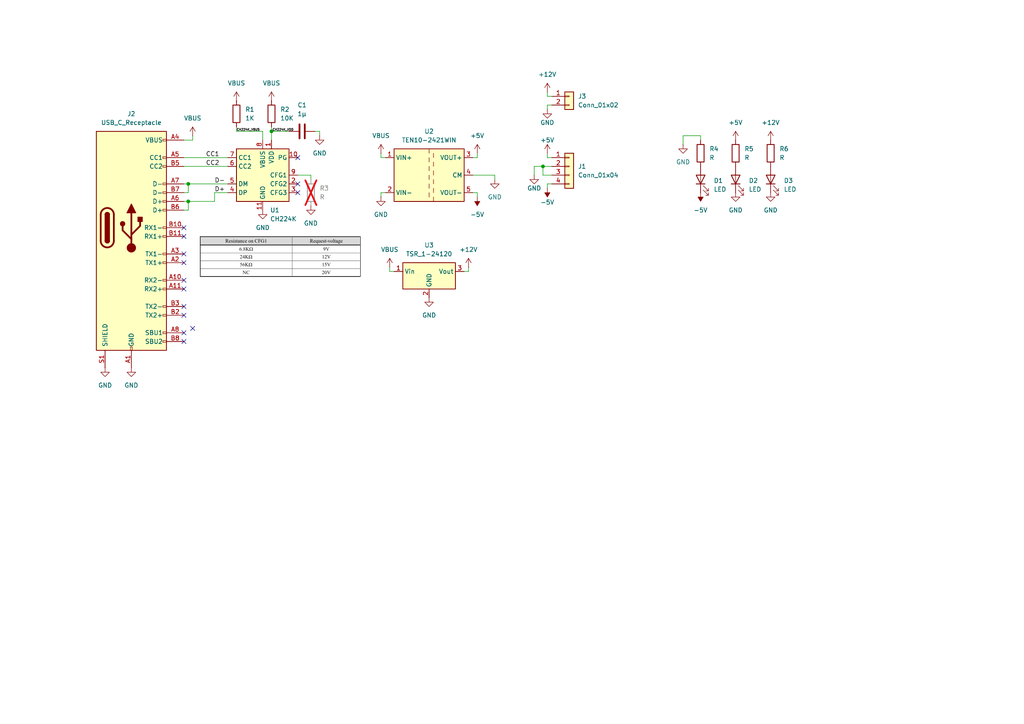
<source format=kicad_sch>
(kicad_sch (version 20250114) (generator "eeschema") (generator_version "9.0")
  (paper "A4")
  (lib_symbols
    (symbol "Connector:USB_C_Receptacle" (pin_names (offset 1.016))
      (property "Reference" "J" (at -10.16 29.21 0))
      (property "Value" "USB_C_Receptacle" (at 10.16 29.21 0))
      (symbol "USB_C_Receptacle_0_0"
        (rectangle (start -0.254 -35.56) (end 0.254 -34.544))
        (rectangle (start 10.16 25.654) (end 9.144 25.146))
        (rectangle (start 10.16 20.574) (end 9.144 20.066))
        (rectangle (start 10.16 18.034) (end 9.144 17.526))
        (rectangle (start 10.16 12.954) (end 9.144 12.446))
        (rectangle (start 10.16 10.414) (end 9.144 9.906))
        (rectangle (start 10.16 7.874) (end 9.144 7.366))
        (rectangle (start 10.16 5.334) (end 9.144 4.826))
        (rectangle (start 10.16 0.254) (end 9.144 -0.254))
        (rectangle (start 10.16 -2.286) (end 9.144 -2.794))
        (rectangle (start 10.16 -7.366) (end 9.144 -7.874))
        (rectangle (start 10.16 -9.906) (end 9.144 -10.414))
        (rectangle (start 10.16 -14.986) (end 9.144 -15.494))
        (rectangle (start 10.16 -17.526) (end 9.144 -18.034))
        (rectangle (start 10.16 -22.606) (end 9.144 -23.114))
        (rectangle (start 10.16 -25.146) (end 9.144 -25.654))
        (rectangle (start 10.16 -30.226) (end 9.144 -30.734))
        (rectangle (start 10.16 -32.766) (end 9.144 -33.274))
      )
      (symbol "USB_C_Receptacle_0_1"
        (rectangle (start -10.16 27.94) (end 10.16 -35.56) (stroke (width 0.254)) (fill (type background)))
        (polyline (pts (xy -8.89 -3.81) (xy -8.89 3.81)) (stroke (width 0.508)))
        (rectangle (start -7.62 -3.81) (end -6.35 3.81) (stroke (width 0.254)) (fill (type outline)))
        (arc (start -7.62 3.81) (mid -6.985 4.4423) (end -6.35 3.81) (stroke (width 0.254)))
        (arc (start -7.62 3.81) (mid -6.985 4.4423) (end -6.35 3.81) (stroke (width 0.254)) (fill (type outline)))
        (arc (start -8.89 3.81) (mid -6.985 5.7067) (end -5.08 3.81) (stroke (width 0.508)))
        (arc (start -5.08 -3.81) (mid -6.985 -5.7067) (end -8.89 -3.81) (stroke (width 0.508)))
        (arc (start -6.35 -3.81) (mid -6.985 -4.4423) (end -7.62 -3.81) (stroke (width 0.254)))
        (arc (start -6.35 -3.81) (mid -6.985 -4.4423) (end -7.62 -3.81) (stroke (width 0.254)) (fill (type outline)))
        (polyline (pts (xy -5.08 3.81) (xy -5.08 -3.81)) (stroke (width 0.508)))
      )
      (symbol "USB_C_Receptacle_1_1"
        (circle (center -2.54 1.143) (radius 0.635) (stroke (width 0.254)) (fill (type outline)))
        (polyline (pts (xy -1.27 4.318) (xy 0 6.858) (xy 1.27 4.318) (xy -1.27 4.318)) (stroke (width 0.254)) (fill (type outline)))
        (polyline (pts (xy 0 -2.032) (xy 2.54 0.508) (xy 2.54 1.778)) (stroke (width 0.508)))
        (polyline (pts (xy 0 -3.302) (xy -2.54 -0.762) (xy -2.54 0.508)) (stroke (width 0.508)))
        (polyline (pts (xy 0 -5.842) (xy 0 4.318)) (stroke (width 0.508)))
        (circle (center 0 -5.842) (radius 1.27) (fill (type outline)))
        (rectangle (start 1.905 1.778) (end 3.175 3.048) (stroke (width 0.254)) (fill (type outline)))
        (pin passive line (at -7.62 -40.64 90) (length 5.08) (name "SHIELD") (number "S1"))
        (pin passive line (at 0 -40.64 90) (length 5.08) (name "GND") (number "A1"))
        (pin passive line (at 0 -40.64 90) (length 5.08) (hide yes) (name "GND") (number "A12"))
        (pin passive line (at 0 -40.64 90) (length 5.08) (hide yes) (name "GND") (number "B1"))
        (pin passive line (at 0 -40.64 90) (length 5.08) (hide yes) (name "GND") (number "B12"))
        (pin passive line (at 15.24 25.4 180) (length 5.08) (name "VBUS") (number "A4"))
        (pin passive line (at 15.24 25.4 180) (length 5.08) (hide yes) (name "VBUS") (number "A9"))
        (pin passive line (at 15.24 25.4 180) (length 5.08) (hide yes) (name "VBUS") (number "B4"))
        (pin passive line (at 15.24 25.4 180) (length 5.08) (hide yes) (name "VBUS") (number "B9"))
        (pin bidirectional line (at 15.24 20.32 180) (length 5.08) (name "CC1") (number "A5"))
        (pin bidirectional line (at 15.24 17.78 180) (length 5.08) (name "CC2") (number "B5"))
        (pin bidirectional line (at 15.24 12.7 180) (length 5.08) (name "D-") (number "A7"))
        (pin bidirectional line (at 15.24 10.16 180) (length 5.08) (name "D-") (number "B7"))
        (pin bidirectional line (at 15.24 7.62 180) (length 5.08) (name "D+") (number "A6"))
        (pin bidirectional line (at 15.24 5.08 180) (length 5.08) (name "D+") (number "B6"))
        (pin bidirectional line (at 15.24 0 180) (length 5.08) (name "RX1-") (number "B10"))
        (pin bidirectional line (at 15.24 -2.54 180) (length 5.08) (name "RX1+") (number "B11"))
        (pin bidirectional line (at 15.24 -7.62 180) (length 5.08) (name "TX1-") (number "A3"))
        (pin bidirectional line (at 15.24 -10.16 180) (length 5.08) (name "TX1+") (number "A2"))
        (pin bidirectional line (at 15.24 -15.24 180) (length 5.08) (name "RX2-") (number "A10"))
        (pin bidirectional line (at 15.24 -17.78 180) (length 5.08) (name "RX2+") (number "A11"))
        (pin bidirectional line (at 15.24 -22.86 180) (length 5.08) (name "TX2-") (number "B3"))
        (pin bidirectional line (at 15.24 -25.4 180) (length 5.08) (name "TX2+") (number "B2"))
        (pin bidirectional line (at 15.24 -30.48 180) (length 5.08) (name "SBU1") (number "A8"))
        (pin bidirectional line (at 15.24 -33.02 180) (length 5.08) (name "SBU2") (number "B8"))
      )
    )
    (symbol "Connector_Generic:Conn_01x02" (pin_names (offset 1.016) (hide yes))
      (property "Reference" "J" (at 0 2.54 0))
      (property "Value" "Conn_01x02" (at 0 -5.08 0))
      (symbol "Conn_01x02_1_1"
        (rectangle (start -1.27 1.27) (end 1.27 -3.81) (stroke (width 0.254)) (fill (type background)))
        (rectangle (start -1.27 0.127) (end 0 -0.127) (stroke (width 0.1524)))
        (rectangle (start -1.27 -2.413) (end 0 -2.667) (stroke (width 0.1524)))
        (pin passive line (at -5.08 0 0) (length 3.81) (name "Pin_1") (number "1"))
        (pin passive line (at -5.08 -2.54 0) (length 3.81) (name "Pin_2") (number "2"))
      )
    )
    (symbol "Connector_Generic:Conn_01x04" (pin_names (offset 1.016) (hide yes))
      (property "Reference" "J" (at 0 5.08 0))
      (property "Value" "Conn_01x04" (at 0 -7.62 0))
      (symbol "Conn_01x04_1_1"
        (rectangle (start -1.27 3.81) (end 1.27 -6.35) (stroke (width 0.254)) (fill (type background)))
        (rectangle (start -1.27 2.667) (end 0 2.413) (stroke (width 0.1524)))
        (rectangle (start -1.27 0.127) (end 0 -0.127) (stroke (width 0.1524)))
        (rectangle (start -1.27 -2.413) (end 0 -2.667) (stroke (width 0.1524)))
        (rectangle (start -1.27 -4.953) (end 0 -5.207) (stroke (width 0.1524)))
        (pin passive line (at -5.08 2.54 0) (length 3.81) (name "Pin_1") (number "1"))
        (pin passive line (at -5.08 0 0) (length 3.81) (name "Pin_2") (number "2"))
        (pin passive line (at -5.08 -2.54 0) (length 3.81) (name "Pin_3") (number "3"))
        (pin passive line (at -5.08 -5.08 0) (length 3.81) (name "Pin_4") (number "4"))
      )
    )
    (symbol "Device:C" (pin_numbers (hide yes)) (pin_names (offset 0.254))
      (property "Reference" "C" (at 0.635 2.54 0))
      (property "Value" "C" (at 0.635 -2.54 0))
      (symbol "C_0_1"
        (polyline (pts (xy -2.032 0.762) (xy 2.032 0.762)) (stroke (width 0.508)))
        (polyline (pts (xy -2.032 -0.762) (xy 2.032 -0.762)) (stroke (width 0.508)))
      )
      (symbol "C_1_1"
        (pin passive line (at 0 3.81 270) (length 2.794) (name "~") (number "1"))
        (pin passive line (at 0 -3.81 90) (length 2.794) (name "~") (number "2"))
      )
    )
    (symbol "Device:LED" (pin_numbers (hide yes)) (pin_names (offset 1.016) (hide yes))
      (property "Reference" "D" (at 0 2.54 0))
      (property "Value" "LED" (at 0 -2.54 0))
      (symbol "LED_0_1"
        (polyline (pts (xy -3.048 -0.762) (xy -4.572 -2.286) (xy -3.81 -2.286) (xy -4.572 -2.286) (xy -4.572 -1.524)))
        (polyline (pts (xy -1.778 -0.762) (xy -3.302 -2.286) (xy -2.54 -2.286) (xy -3.302 -2.286) (xy -3.302 -1.524)))
        (polyline (pts (xy -1.27 0) (xy 1.27 0)))
        (polyline (pts (xy -1.27 -1.27) (xy -1.27 1.27)) (stroke (width 0.254)))
        (polyline (pts (xy 1.27 -1.27) (xy 1.27 1.27) (xy -1.27 0) (xy 1.27 -1.27)) (stroke (width 0.254)))
      )
      (symbol "LED_1_1"
        (pin passive line (at -3.81 0 0) (length 2.54) (name "K") (number "1"))
        (pin passive line (at 3.81 0 180) (length 2.54) (name "A") (number "2"))
      )
    )
    (symbol "Device:R" (pin_numbers (hide yes)) (pin_names (offset 0))
      (property "Reference" "R" (at 2.032 0 90))
      (property "Value" "R" (at 0 0 90))
      (symbol "R_0_1"
        (rectangle (start -1.016 -2.54) (end 1.016 2.54) (stroke (width 0.254)))
      )
      (symbol "R_1_1"
        (pin passive line (at 0 3.81 270) (length 1.27) (name "~") (number "1"))
        (pin passive line (at 0 -3.81 90) (length 1.27) (name "~") (number "2"))
      )
    )
    (symbol "Interface_USB:CH224K"
      (property "Reference" "U" (at -7.874 -8.89 0))
      (property "Value" "CH224K" (at 3.048 -8.89 0))
      (symbol "CH224K_1_1"
        (rectangle (start -7.62 7.62) (end 7.62 -7.62) (stroke (width 0.254)) (fill (type background)))
        (pin bidirectional line (at -10.16 5.08 0) (length 2.54) (name "CC1") (number "7"))
        (pin bidirectional line (at -10.16 2.54 0) (length 2.54) (name "CC2") (number "6"))
        (pin bidirectional line (at -10.16 -2.54 0) (length 2.54) (name "DM") (number "5"))
        (pin bidirectional line (at -10.16 -5.08 0) (length 2.54) (name "DP") (number "4"))
        (pin passive line (at 0 10.16 270) (length 2.54) (name "VBUS") (number "8"))
        (pin power_in line (at 0 -10.16 90) (length 2.54) (name "GND") (number "11"))
        (pin power_in line (at 2.54 10.16 270) (length 2.54) (name "VDD") (number "1"))
        (pin open_collector line (at 10.16 5.08 180) (length 2.54) (name "PG") (number "10"))
        (pin passive line (at 10.16 0 180) (length 2.54) (name "CFG1") (number "9"))
        (pin passive line (at 10.16 -2.54 180) (length 2.54) (name "CFG2") (number "2"))
        (pin passive line (at 10.16 -5.08 180) (length 2.54) (name "CFG3") (number "3"))
      )
    )
    (symbol "Regulator_Switching:TSR_1-24120"
      (property "Reference" "U" (at -7.62 6.35 0))
      (property "Value" "TSR_1-24120" (at -1.27 6.35 0))
      (symbol "TSR_1-24120_0_1"
        (rectangle (start -7.62 5.08) (end 7.62 -2.54) (stroke (width 0.254)) (fill (type background)))
      )
      (symbol "TSR_1-24120_1_1"
        (pin power_in line (at -10.16 2.54 0) (length 2.54) (name "Vin") (number "1"))
        (pin power_in line (at 0 -5.08 90) (length 2.54) (name "GND") (number "2"))
        (pin power_out line (at 10.16 2.54 180) (length 2.54) (name "Vout") (number "3"))
      )
    )
    (symbol "power:+12V" (power) (pin_numbers (hide yes)) (pin_names (offset 0) (hide yes))
      (property "Value" "+12V" (at 0 3.556 0))
      (symbol "+12V_0_1"
        (polyline (pts (xy -0.762 1.27) (xy 0 2.54)))
        (polyline (pts (xy 0 2.54) (xy 0.762 1.27)))
        (polyline (pts (xy 0 0) (xy 0 2.54)))
      )
      (symbol "+12V_1_1"
        (pin power_in line (at 0 0 90) (length 0) (name "~") (number "1"))
      )
    )
    (symbol "power:+5V" (power) (pin_numbers (hide yes)) (pin_names (offset 0) (hide yes))
      (property "Value" "+5V" (at 0 3.556 0))
      (symbol "+5V_0_1"
        (polyline (pts (xy -0.762 1.27) (xy 0 2.54)))
        (polyline (pts (xy 0 2.54) (xy 0.762 1.27)))
        (polyline (pts (xy 0 0) (xy 0 2.54)))
      )
      (symbol "+5V_1_1"
        (pin power_in line (at 0 0 90) (length 0) (name "~") (number "1"))
      )
    )
    (symbol "power:-5V" (power) (pin_numbers (hide yes)) (pin_names (offset 0) (hide yes))
      (property "Value" "-5V" (at 0 3.556 0))
      (symbol "-5V_0_0"
        (pin power_in line (at 0 0 90) (length 0) (name "~") (number "1"))
      )
      (symbol "-5V_0_1"
        (polyline (pts (xy 0 0) (xy 0 1.27) (xy 0.762 1.27) (xy 0 2.54) (xy -0.762 1.27) (xy 0 1.27)) (fill (type outline)))
      )
    )
    (symbol "power:GND" (power) (pin_numbers (hide yes)) (pin_names (offset 0) (hide yes))
      (property "Value" "GND" (at 0 -3.81 0))
      (symbol "GND_0_1"
        (polyline (pts (xy 0 0) (xy 0 -1.27) (xy 1.27 -1.27) (xy 0 -2.54) (xy -1.27 -1.27) (xy 0 -1.27)))
      )
      (symbol "GND_1_1"
        (pin power_in line (at 0 0 270) (length 0) (name "~") (number "1"))
      )
    )
    (symbol "power:VBUS" (power) (pin_numbers (hide yes)) (pin_names (offset 0) (hide yes))
      (property "Value" "VBUS" (at 0 3.556 0))
      (symbol "VBUS_0_1"
        (polyline (pts (xy -0.762 1.27) (xy 0 2.54)))
        (polyline (pts (xy 0 2.54) (xy 0.762 1.27)))
        (polyline (pts (xy 0 0) (xy 0 2.54)))
      )
      (symbol "VBUS_1_1"
        (pin power_in line (at 0 0 90) (length 0) (name "~") (number "1"))
      )
    )
    (symbol "project_lib:TEN10-2421WIN"
      (property "Reference" "U" (at -10.16 8.89 0))
      (property "Value" "TEN10-2421WIN" (at -2.54 8.89 0))
      (symbol "TEN10-2421WIN_0_1"
        (rectangle (start -10.16 7.62) (end 10.16 -7.62) (stroke (width 0.254)) (fill (type background)))
        (polyline (pts (xy 0 7.62) (xy 0 6.35)))
        (polyline (pts (xy 0 5.08) (xy 0 3.81)))
        (polyline (pts (xy 0 2.54) (xy 0 1.27)))
        (polyline (pts (xy 0 0) (xy 0 -1.27)))
        (polyline (pts (xy 0 -2.54) (xy 0 -3.81)))
        (polyline (pts (xy 0 -5.08) (xy 0 -6.35)))
        (polyline (pts (xy 1.27 5.08) (xy 1.27 6.35)))
        (polyline (pts (xy 1.27 2.54) (xy 1.27 3.81)))
        (polyline (pts (xy 1.27 0) (xy 1.27 1.27)))
        (polyline (pts (xy 1.27 -2.54) (xy 1.27 -1.27)))
        (polyline (pts (xy 1.27 -5.08) (xy 1.27 -3.81)))
        (polyline (pts (xy 1.27 -7.62) (xy 1.27 -6.35)))
      )
      (symbol "TEN10-2421WIN_1_1"
        (pin power_in line (at -12.7 5.08 0) (length 2.54) (name "VIN+") (number "1"))
        (pin power_in line (at -12.7 -5.08 0) (length 2.54) (name "VIN-") (number "2"))
        (pin power_out line (at 12.7 5.08 180) (length 2.54) (name "VOUT+") (number "3"))
        (pin power_out line (at 12.7 0 180) (length 2.54) (name "CM") (number "4"))
        (pin power_out line (at 12.7 -5.08 180) (length 2.54) (name "VOUT-") (number "5"))
      )
    )
  )
  (junction (at 54.61 53.34))
  (junction (at 78.74 38.1))
  (junction (at 54.61 58.42))
  (junction (at 157.48 48.26))
  (no_connect (at 53.34 81.28))
  (no_connect (at 53.34 91.44))
  (no_connect (at 53.34 76.2))
  (no_connect (at 53.34 88.9))
  (no_connect (at 53.34 73.66))
  (no_connect (at 86.36 55.88))
  (no_connect (at 53.34 66.04))
  (no_connect (at 55.88 95.25))
  (no_connect (at 86.36 45.72))
  (no_connect (at 53.34 83.82))
  (no_connect (at 53.34 68.58))
  (no_connect (at 86.36 53.34))
  (no_connect (at 53.34 96.52))
  (no_connect (at 53.34 99.06))
  (wire (pts (xy 78.74 38.1) (xy 78.74 36.83)))
  (wire (pts (xy 135.89 78.74) (xy 134.62 78.74)))
  (wire (pts (xy 158.75 53.34) (xy 160.02 53.34)))
  (wire (pts (xy 137.16 50.8) (xy 143.51 50.8)))
  (wire (pts (xy 135.89 77.47) (xy 135.89 78.74)))
  (wire (pts (xy 158.75 54.61) (xy 158.75 53.34)))
  (wire (pts (xy 53.34 40.64) (xy 55.88 40.64)))
  (wire (pts (xy 76.2 38.1) (xy 76.2 40.64)))
  (wire (pts (xy 110.49 45.72) (xy 111.76 45.72)))
  (wire (pts (xy 143.51 52.07) (xy 143.51 50.8)))
  (wire (pts (xy 154.94 48.26) (xy 154.94 50.8)))
  (wire (pts (xy 78.74 40.64) (xy 78.74 38.1)))
  (wire (pts (xy 110.49 57.15) (xy 110.49 55.88)))
  (wire (pts (xy 158.75 30.48) (xy 160.02 30.48)))
  (wire (pts (xy 53.34 45.72) (xy 66.04 45.72)))
  (wire (pts (xy 92.71 38.1) (xy 91.44 38.1)))
  (wire (pts (xy 110.49 55.88) (xy 111.76 55.88)))
  (wire (pts (xy 137.16 55.88) (xy 138.43 55.88)))
  (wire (pts (xy 53.34 60.96) (xy 54.61 60.96)))
  (wire (pts (xy 53.34 55.88) (xy 54.61 55.88)))
  (wire (pts (xy 154.94 48.26) (xy 157.48 48.26)))
  (wire (pts (xy 83.82 38.1) (xy 78.74 38.1)))
  (wire (pts (xy 68.58 36.83) (xy 68.58 38.1)))
  (wire (pts (xy 62.23 58.42) (xy 62.23 55.88)))
  (wire (pts (xy 160.02 50.8) (xy 157.48 50.8)))
  (wire (pts (xy 55.88 39.37) (xy 55.88 40.64)))
  (wire (pts (xy 113.03 77.47) (xy 113.03 78.74)))
  (wire (pts (xy 138.43 44.45) (xy 138.43 45.72)))
  (wire (pts (xy 158.75 45.72) (xy 160.02 45.72)))
  (wire (pts (xy 54.61 53.34) (xy 66.04 53.34)))
  (wire (pts (xy 54.61 58.42) (xy 62.23 58.42)))
  (wire (pts (xy 62.23 55.88) (xy 66.04 55.88)))
  (wire (pts (xy 54.61 55.88) (xy 54.61 53.34)))
  (wire (pts (xy 198.12 39.37) (xy 203.2 39.37)))
  (wire (pts (xy 158.75 31.75) (xy 158.75 30.48)))
  (wire (pts (xy 138.43 45.72) (xy 137.16 45.72)))
  (wire (pts (xy 203.2 39.37) (xy 203.2 40.64)))
  (wire (pts (xy 54.61 58.42) (xy 53.34 58.42)))
  (wire (pts (xy 90.17 50.8) (xy 90.17 52.07)))
  (wire (pts (xy 110.49 44.45) (xy 110.49 45.72)))
  (wire (pts (xy 198.12 41.91) (xy 198.12 39.37)))
  (wire (pts (xy 138.43 57.15) (xy 138.43 55.88)))
  (wire (pts (xy 86.36 50.8) (xy 90.17 50.8)))
  (wire (pts (xy 113.03 78.74) (xy 114.3 78.74)))
  (wire (pts (xy 53.34 48.26) (xy 66.04 48.26)))
  (wire (pts (xy 158.75 27.94) (xy 160.02 27.94)))
  (wire (pts (xy 54.61 53.34) (xy 53.34 53.34)))
  (wire (pts (xy 157.48 50.8) (xy 157.48 48.26)))
  (wire (pts (xy 92.71 38.1) (xy 92.71 39.37)))
  (wire (pts (xy 158.75 26.67) (xy 158.75 27.94)))
  (wire (pts (xy 158.75 44.45) (xy 158.75 45.72)))
  (wire (pts (xy 157.48 48.26) (xy 160.02 48.26)))
  (wire (pts (xy 54.61 60.96) (xy 54.61 58.42)))
  (wire (pts (xy 68.58 38.1) (xy 76.2 38.1)))
  (image (at 81.28 74.422) (scale 0.59004))
  (label "D-" (at 62.23 53.34 0))
  (label "D+" (at 62.23 55.88 0))
  (label "CC1" (at 59.69 45.72 0))
  (label "CH224K_VBUS" (at 68.58 38.1 0) (effects (font (size 0.63 0.63))))
  (label "CC2" (at 59.69 48.26 0))
  (label "CH224K_VDD" (at 78.994 38.1 0) (effects (font (size 0.63 0.63))))
  (symbol (lib_id "power:GND") (at 124.46 86.36 0) (unit 1)
    (property "Reference" "#PWR025" (effects (hide yes)))
    (property "Value" "GND" (at 124.46 91.44 0))
    (property "Description" "Power symbol creates a global label with name \"GND\" , ground" (effects (hide yes)))
  )
  (symbol (lib_id "Device:R") (at 68.58 33.02 0) (unit 1)
    (property "Reference" "R1" (at 71.12 31.7499 0) (effects (justify left)))
    (property "Value" "1K" (at 71.12 34.2899 0) (effects (justify left)))
    (property "Footprint" "Allgemein:R_0805" (effects (hide yes)))
    (property "Description" "Resistor" (effects (hide yes)))
  )
  (symbol (lib_id "power:+5V") (at 158.75 44.45 0) (unit 1)
    (property "Reference" "#PWR022" (effects (hide yes)))
    (property "Value" "+5V" (at 158.75 40.64 0))
    (property "Description" "Power symbol creates a global label with name \"+5V\"" (effects (hide yes)))
  )
  (symbol (lib_id "power:VBUS") (at 110.49 44.45 0) (unit 1)
    (property "Reference" "#PWR013" (effects (hide yes)))
    (property "Value" "VBUS" (at 110.49 39.37 0))
    (property "Description" "Power symbol creates a global label with name \"VBUS\"" (effects (hide yes)))
  )
  (symbol (lib_id "power:-5V") (at 158.75 54.61 180) (unit 1)
    (property "Reference" "#PWR021" (effects (hide yes)))
    (property "Value" "-5V" (at 158.75 58.674 0))
    (property "Description" "Power symbol creates a global label with name \"-5V\"" (effects (hide yes)))
  )
  (symbol (lib_id "power:GND") (at 143.51 52.07 0) (unit 1)
    (property "Reference" "#PWR03" (effects (hide yes)))
    (property "Value" "GND" (at 143.51 57.15 0))
    (property "Description" "Power symbol creates a global label with name \"GND\" , ground" (effects (hide yes)))
  )
  (symbol (lib_id "power:GND") (at 76.2 60.96 0) (unit 1)
    (property "Reference" "#PWR07" (effects (hide yes)))
    (property "Value" "GND" (at 76.2 66.04 0))
    (property "Description" "Power symbol creates a global label with name \"GND\" , ground" (effects (hide yes)))
  )
  (symbol (lib_id "Device:R") (at 90.17 55.88 0) (unit 1) (dnp yes)
    (property "Reference" "R3" (at 92.71 54.6099 0) (effects (justify left)))
    (property "Value" "R" (at 92.71 57.1499 0) (effects (justify left)))
    (property "Footprint" "Allgemein:R_0805" (effects (hide yes)))
    (property "Description" "Resistor" (effects (hide yes)))
  )
  (symbol (lib_id "power:GND") (at 213.36 55.88 0) (unit 1)
    (property "Reference" "#PWR018" (effects (hide yes)))
    (property "Value" "GND" (at 213.36 60.96 0))
    (property "Description" "Power symbol creates a global label with name \"GND\" , ground" (effects (hide yes)))
  )
  (symbol (lib_id "Connector:USB_C_Receptacle") (at 38.1 66.04 0) (unit 1)
    (property "Reference" "J2" (at 38.1 33.02 0))
    (property "Value" "USB_C_Receptacle" (at 38.1 35.56 0))
    (property "Footprint" "Connector_USB:USB_C_Receptacle_JAE_DX07S024WJ1R350" (effects (hide yes)))
    (property "Datasheet" "https://www.usb.org/sites/default/files/documents/usb_type-c.zip" (effects (hide yes)))
    (property "Description" "USB Full-Featured Type-C Receptacle connector" (effects (hide yes)))
  )
  (symbol (lib_id "power:VBUS") (at 55.88 39.37 0) (unit 1)
    (property "Reference" "#PWR08" (effects (hide yes)))
    (property "Value" "VBUS" (at 55.88 34.29 0))
    (property "Description" "Power symbol creates a global label with name \"VBUS\"" (effects (hide yes)))
  )
  (symbol (lib_id "power:GND") (at 30.48 106.68 0) (unit 1)
    (property "Reference" "#PWR012" (effects (hide yes)))
    (property "Value" "GND" (at 30.48 111.76 0))
    (property "Description" "Power symbol creates a global label with name \"GND\" , ground" (effects (hide yes)))
  )
  (symbol (lib_id "power:VBUS") (at 78.74 29.21 0) (unit 1)
    (property "Reference" "#PWR011" (effects (hide yes)))
    (property "Value" "VBUS" (at 78.74 24.13 0))
    (property "Description" "Power symbol creates a global label with name \"VBUS\"" (effects (hide yes)))
  )
  (symbol (lib_id "Device:LED") (at 213.36 52.07 90) (unit 1)
    (property "Reference" "D2" (at 217.17 52.3874 90) (effects (justify right)))
    (property "Value" "LED" (at 217.17 54.9274 90) (effects (justify right)))
    (property "Footprint" "LED_THT:LED_D5.0mm" (effects (hide yes)))
    (property "Description" "Light emitting diode" (effects (hide yes)))
    (property "Sim.Pins" "1=K 2=A" (effects (hide yes)))
  )
  (symbol (lib_id "Device:LED") (at 203.2 52.07 90) (unit 1)
    (property "Reference" "D1" (at 207.01 52.3874 90) (effects (justify right)))
    (property "Value" "LED" (at 207.01 54.9274 90) (effects (justify right)))
    (property "Footprint" "LED_THT:LED_D5.0mm" (effects (hide yes)))
    (property "Description" "Light emitting diode" (effects (hide yes)))
    (property "Sim.Pins" "1=K 2=A" (effects (hide yes)))
  )
  (symbol (lib_id "power:+5V") (at 138.43 44.45 0) (unit 1)
    (property "Reference" "#PWR01" (effects (hide yes)))
    (property "Value" "+5V" (at 138.43 39.37 0))
    (property "Description" "Power symbol creates a global label with name \"+5V\"" (effects (hide yes)))
  )
  (symbol (lib_id "project_lib:TEN10-2421WIN") (at 124.46 50.8 0) (unit 1)
    (property "Reference" "U2" (at 124.46 38.1 0))
    (property "Value" "TEN10-2421WIN" (at 124.46 40.64 0))
    (property "Footprint" "project_lib:Converter_DCDC_TRACO_TEN10-xxxx_THT" (effects (hide yes)))
    (property "Datasheet" "https://www.tracopower.com/products/ten10.pdf" (effects (hide yes)))
    (property "Description" "1A Isolated DC/DC Dual Supply Converter Module, fixed ±5V Output Voltage, 18-36V Input Voltage" (effects (hide yes)))
  )
  (symbol (lib_id "power:+5V") (at 213.36 40.64 0) (unit 1)
    (property "Reference" "#PWR015" (effects (hide yes)))
    (property "Value" "+5V" (at 213.36 35.56 0))
    (property "Description" "Power symbol creates a global label with name \"+5V\"" (effects (hide yes)))
  )
  (symbol (lib_id "power:VBUS") (at 68.58 29.21 0) (unit 1)
    (property "Reference" "#PWR010" (effects (hide yes)))
    (property "Value" "VBUS" (at 68.58 24.13 0))
    (property "Description" "Power symbol creates a global label with name \"VBUS\"" (effects (hide yes)))
  )
  (symbol (lib_id "Interface_USB:CH224K") (at 76.2 50.8 0) (unit 1)
    (property "Reference" "U1" (at 78.3433 60.96 0) (effects (justify left)))
    (property "Value" "CH224K" (at 78.3433 63.5 0) (effects (justify left)))
    (property "Footprint" "Package_SO:SSOP-10-1EP_3.9x4.9mm_P1mm_EP2.1x3.3mm" (effects (hide yes)))
    (property "Datasheet" "https://www.wch.cn/downloads/file/301.html" (effects (hide yes)))
    (property "Description" "100W USB Type-C PD3.0/2.0, BC1.2 Sink Controller, SSOP-10" (effects (hide yes)))
  )
  (symbol (lib_id "Device:R") (at 203.2 44.45 0) (unit 1)
    (property "Reference" "R4" (at 205.74 43.1799 0) (effects (justify left)))
    (property "Value" "R" (at 205.74 45.7199 0) (effects (justify left)))
    (property "Footprint" "Allgemein:R_0805" (effects (hide yes)))
    (property "Description" "Resistor" (effects (hide yes)))
  )
  (symbol (lib_id "power:GND") (at 223.52 55.88 0) (unit 1)
    (property "Reference" "#PWR019" (effects (hide yes)))
    (property "Value" "GND" (at 223.52 60.96 0))
    (property "Description" "Power symbol creates a global label with name \"GND\" , ground" (effects (hide yes)))
  )
  (symbol (lib_id "power:GND") (at 90.17 59.69 0) (unit 1)
    (property "Reference" "#PWR06" (effects (hide yes)))
    (property "Value" "GND" (at 90.17 64.77 0))
    (property "Description" "Power symbol creates a global label with name \"GND\" , ground" (effects (hide yes)))
  )
  (symbol (lib_id "Device:R") (at 223.52 44.45 0) (unit 1)
    (property "Reference" "R6" (at 226.06 43.1799 0) (effects (justify left)))
    (property "Value" "R" (at 226.06 45.7199 0) (effects (justify left)))
    (property "Footprint" "Allgemein:R_0805" (effects (hide yes)))
    (property "Description" "Resistor" (effects (hide yes)))
  )
  (symbol (lib_id "power:VBUS") (at 113.03 77.47 0) (unit 1)
    (property "Reference" "#PWR026" (effects (hide yes)))
    (property "Value" "VBUS" (at 113.03 72.39 0))
    (property "Description" "Power symbol creates a global label with name \"VBUS\"" (effects (hide yes)))
  )
  (symbol (lib_id "power:-5V") (at 138.43 57.15 180) (unit 1)
    (property "Reference" "#PWR02" (effects (hide yes)))
    (property "Value" "-5V" (at 138.43 62.23 0))
    (property "Description" "Power symbol creates a global label with name \"-5V\"" (effects (hide yes)))
  )
  (symbol (lib_id "Device:C") (at 87.63 38.1 270) (mirror x) (unit 1)
    (property "Reference" "C1" (at 87.63 30.48 90))
    (property "Value" "1µ" (at 87.63 33.02 90))
    (property "Footprint" "Allgemein:C_0805" (effects (hide yes)))
    (property "Description" "Unpolarized capacitor" (effects (hide yes)))
  )
  (symbol (lib_id "power:-5V") (at 203.2 55.88 180) (unit 1)
    (property "Reference" "#PWR014" (effects (hide yes)))
    (property "Value" "-5V" (at 203.2 60.96 0))
    (property "Description" "Power symbol creates a global label with name \"-5V\"" (effects (hide yes)))
  )
  (symbol (lib_id "Device:R") (at 213.36 44.45 0) (unit 1)
    (property "Reference" "R5" (at 215.9 43.1799 0) (effects (justify left)))
    (property "Value" "R" (at 215.9 45.7199 0) (effects (justify left)))
    (property "Footprint" "Allgemein:R_0805" (effects (hide yes)))
    (property "Description" "Resistor" (effects (hide yes)))
  )
  (symbol (lib_id "power:GND") (at 198.12 41.91 0) (unit 1)
    (property "Reference" "#PWR017" (effects (hide yes)))
    (property "Value" "GND" (at 198.12 46.99 0))
    (property "Description" "Power symbol creates a global label with name \"GND\" , ground" (effects (hide yes)))
  )
  (symbol (lib_id "power:GND") (at 38.1 106.68 0) (unit 1)
    (property "Reference" "#PWR09" (effects (hide yes)))
    (property "Value" "GND" (at 38.1 111.76 0))
    (property "Description" "Power symbol creates a global label with name \"GND\" , ground" (effects (hide yes)))
  )
  (symbol (lib_id "power:GND") (at 158.75 31.75 0) (unit 1)
    (property "Reference" "#PWR024" (effects (hide yes)))
    (property "Value" "GND" (at 158.75 35.56 0))
    (property "Description" "Power symbol creates a global label with name \"GND\" , ground" (effects (hide yes)))
  )
  (symbol (lib_id "Device:LED") (at 223.52 52.07 90) (unit 1)
    (property "Reference" "D3" (at 227.33 52.3874 90) (effects (justify right)))
    (property "Value" "LED" (at 227.33 54.9274 90) (effects (justify right)))
    (property "Footprint" "LED_THT:LED_D5.0mm" (effects (hide yes)))
    (property "Description" "Light emitting diode" (effects (hide yes)))
    (property "Sim.Pins" "1=K 2=A" (effects (hide yes)))
  )
  (symbol (lib_id "Device:R") (at 78.74 33.02 0) (unit 1)
    (property "Reference" "R2" (at 81.28 31.7499 0) (effects (justify left)))
    (property "Value" "10K" (at 81.28 34.2899 0) (effects (justify left)))
    (property "Footprint" "Allgemein:R_0805" (effects (hide yes)))
    (property "Description" "Resistor" (effects (hide yes)))
  )
  (symbol (lib_id "power:GND") (at 154.94 50.8 0) (unit 1)
    (property "Reference" "#PWR020" (effects (hide yes)))
    (property "Value" "GND" (at 154.94 54.61 0))
    (property "Description" "Power symbol creates a global label with name \"GND\" , ground" (effects (hide yes)))
  )
  (symbol (lib_id "power:+12V") (at 223.52 40.64 0) (unit 1)
    (property "Reference" "#PWR016" (effects (hide yes)))
    (property "Value" "+12V" (at 223.52 35.56 0))
    (property "Description" "Power symbol creates a global label with name \"+12V\"" (effects (hide yes)))
  )
  (symbol (lib_id "power:+12V") (at 135.89 77.47 0) (unit 1)
    (property "Reference" "#PWR027" (effects (hide yes)))
    (property "Value" "+12V" (at 135.89 72.39 0))
    (property "Description" "Power symbol creates a global label with name \"+12V\"" (effects (hide yes)))
  )
  (symbol (lib_id "Connector_Generic:Conn_01x02") (at 165.1 27.94 0) (unit 1)
    (property "Reference" "J3" (at 167.64 27.9399 0) (effects (justify left)))
    (property "Value" "Conn_01x02" (at 167.64 30.4799 0) (effects (justify left)))
    (property "Footprint" "Connector_PinHeader_2.54mm:PinHeader_1x02_P2.54mm_Vertical" (effects (hide yes)))
    (property "Description" "Generic connector, single row, 01x02, script generated (kicad-library-utils/schlib/autogen/connector/)" (effects (hide yes)))
  )
  (symbol (lib_id "power:+12V") (at 158.75 26.67 0) (unit 1)
    (property "Reference" "#PWR023" (effects (hide yes)))
    (property "Value" "+12V" (at 158.75 21.59 0))
    (property "Description" "Power symbol creates a global label with name \"+12V\"" (effects (hide yes)))
  )
  (symbol (lib_id "Regulator_Switching:TSR_1-24120") (at 124.46 81.28 0) (unit 1)
    (property "Reference" "U3" (at 124.46 71.12 0))
    (property "Value" "TSR_1-24120" (at 124.46 73.66 0))
    (property "Footprint" "Converter_DCDC:Converter_DCDC_TRACO_TSR-1_THT" (effects (hide yes)))
    (property "Datasheet" "http://www.tracopower.com/products/tsr1.pdf" (effects (hide yes)))
    (property "Description" "1A step-down regulator module, fixed 12V output voltage, 5-36V input voltage, -40°C to +85°C temperature range, TO-220 compatible LM78xx replacement" (effects (hide yes)))
  )
  (symbol (lib_id "power:GND") (at 92.71 39.37 0) (unit 1)
    (property "Reference" "#PWR05" (effects (hide yes)))
    (property "Value" "GND" (at 92.71 44.45 0))
    (property "Description" "Power symbol creates a global label with name \"GND\" , ground" (effects (hide yes)))
  )
  (symbol (lib_id "power:GND") (at 110.49 57.15 0) (unit 1)
    (property "Reference" "#PWR04" (effects (hide yes)))
    (property "Value" "GND" (at 110.49 62.23 0))
    (property "Description" "Power symbol creates a global label with name \"GND\" , ground" (effects (hide yes)))
  )
  (symbol (lib_id "Connector_Generic:Conn_01x04") (at 165.1 48.26 0) (unit 1)
    (property "Reference" "J1" (at 167.64 48.2599 0) (effects (justify left)))
    (property "Value" "Conn_01x04" (at 167.64 50.7999 0) (effects (justify left)))
    (property "Footprint" "Connector_PinHeader_2.54mm:PinHeader_1x04_P2.54mm_Vertical" (effects (hide yes)))
    (property "Description" "Generic connector, single row, 01x04, script generated (kicad-library-utils/schlib/autogen/connector/)" (effects (hide yes)))
  )
)
</source>
